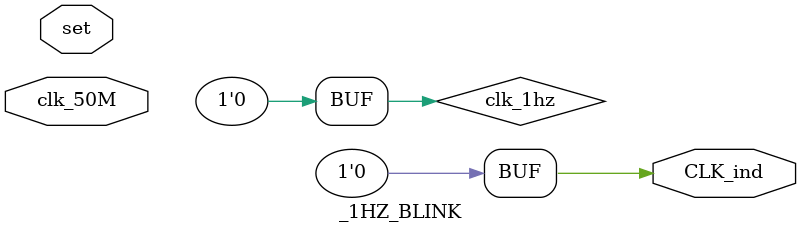
<source format=v>
module _1HZ_BLINK (

	input clk_50M,				//An input clock sginal from FPGA - PIN_N14
	input set,	//Switch 0 - PIN_C10
	output reg CLK_ind = 0 //Decimal Segment 2 - PIN_A19
	
   );
 
reg clk_1hz = 0;
 
 ClockDivider blink (

	clk_50M,
	set,
	clk_1hz
	
);

assign CLK_ind = clk_1hz & set;

endmodule

</source>
